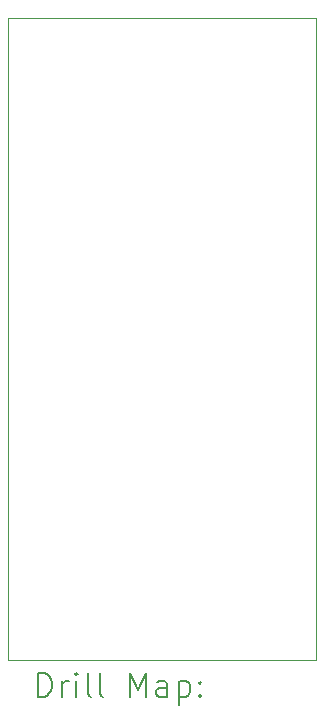
<source format=gbr>
%TF.GenerationSoftware,KiCad,Pcbnew,(6.0.9)*%
%TF.CreationDate,2024-11-23T18:31:45+01:00*%
%TF.ProjectId,Sombrero_MSX_Goa'uld,536f6d62-7265-4726-9f5f-4d53585f476f,rev?*%
%TF.SameCoordinates,Original*%
%TF.FileFunction,Drillmap*%
%TF.FilePolarity,Positive*%
%FSLAX45Y45*%
G04 Gerber Fmt 4.5, Leading zero omitted, Abs format (unit mm)*
G04 Created by KiCad (PCBNEW (6.0.9)) date 2024-11-23 18:31:45*
%MOMM*%
%LPD*%
G01*
G04 APERTURE LIST*
%ADD10C,0.050000*%
%ADD11C,0.200000*%
G04 APERTURE END LIST*
D10*
X13462000Y-7366000D02*
X16065500Y-7366000D01*
X16065500Y-7366000D02*
X16065500Y-12801600D01*
X16065500Y-12801600D02*
X13462000Y-12801600D01*
X13462000Y-12801600D02*
X13462000Y-7366000D01*
D11*
X13717119Y-13114576D02*
X13717119Y-12914576D01*
X13764738Y-12914576D01*
X13793309Y-12924100D01*
X13812357Y-12943148D01*
X13821881Y-12962195D01*
X13831405Y-13000290D01*
X13831405Y-13028862D01*
X13821881Y-13066957D01*
X13812357Y-13086005D01*
X13793309Y-13105052D01*
X13764738Y-13114576D01*
X13717119Y-13114576D01*
X13917119Y-13114576D02*
X13917119Y-12981243D01*
X13917119Y-13019338D02*
X13926643Y-13000290D01*
X13936167Y-12990767D01*
X13955214Y-12981243D01*
X13974262Y-12981243D01*
X14040928Y-13114576D02*
X14040928Y-12981243D01*
X14040928Y-12914576D02*
X14031405Y-12924100D01*
X14040928Y-12933624D01*
X14050452Y-12924100D01*
X14040928Y-12914576D01*
X14040928Y-12933624D01*
X14164738Y-13114576D02*
X14145690Y-13105052D01*
X14136167Y-13086005D01*
X14136167Y-12914576D01*
X14269500Y-13114576D02*
X14250452Y-13105052D01*
X14240928Y-13086005D01*
X14240928Y-12914576D01*
X14498071Y-13114576D02*
X14498071Y-12914576D01*
X14564738Y-13057433D01*
X14631405Y-12914576D01*
X14631405Y-13114576D01*
X14812357Y-13114576D02*
X14812357Y-13009814D01*
X14802833Y-12990767D01*
X14783786Y-12981243D01*
X14745690Y-12981243D01*
X14726643Y-12990767D01*
X14812357Y-13105052D02*
X14793309Y-13114576D01*
X14745690Y-13114576D01*
X14726643Y-13105052D01*
X14717119Y-13086005D01*
X14717119Y-13066957D01*
X14726643Y-13047909D01*
X14745690Y-13038386D01*
X14793309Y-13038386D01*
X14812357Y-13028862D01*
X14907595Y-12981243D02*
X14907595Y-13181243D01*
X14907595Y-12990767D02*
X14926643Y-12981243D01*
X14964738Y-12981243D01*
X14983786Y-12990767D01*
X14993309Y-13000290D01*
X15002833Y-13019338D01*
X15002833Y-13076481D01*
X14993309Y-13095528D01*
X14983786Y-13105052D01*
X14964738Y-13114576D01*
X14926643Y-13114576D01*
X14907595Y-13105052D01*
X15088548Y-13095528D02*
X15098071Y-13105052D01*
X15088548Y-13114576D01*
X15079024Y-13105052D01*
X15088548Y-13095528D01*
X15088548Y-13114576D01*
X15088548Y-12990767D02*
X15098071Y-13000290D01*
X15088548Y-13009814D01*
X15079024Y-13000290D01*
X15088548Y-12990767D01*
X15088548Y-13009814D01*
M02*

</source>
